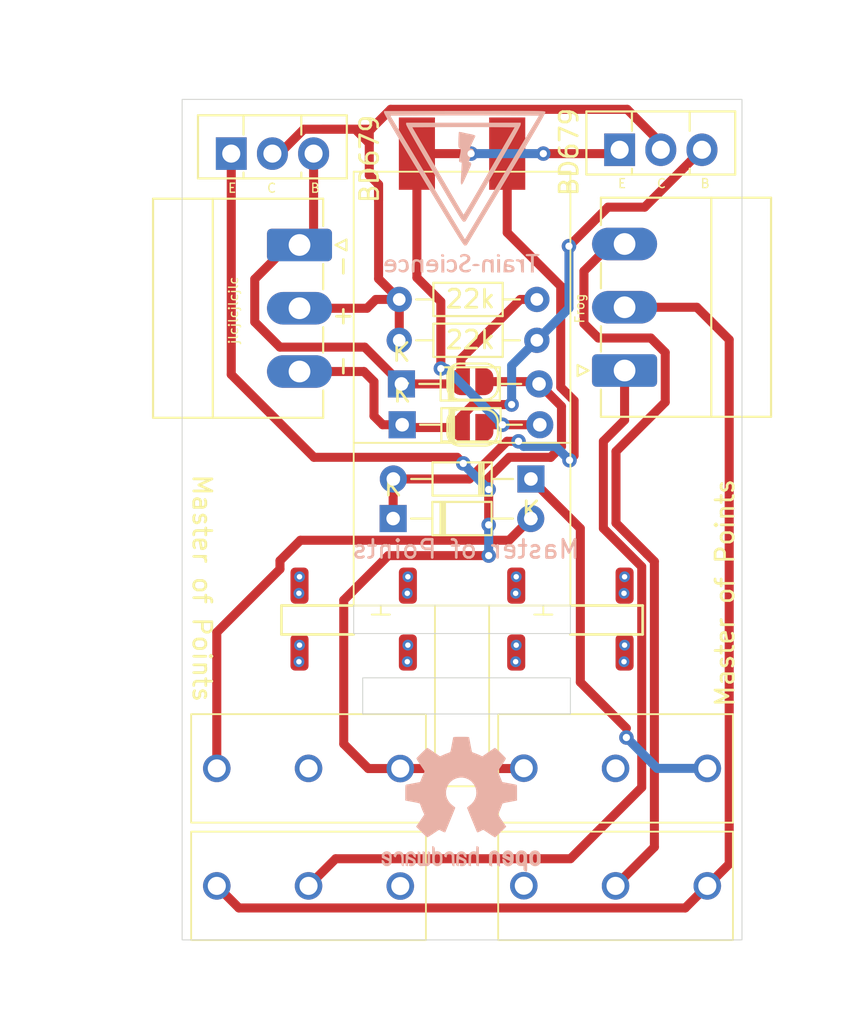
<source format=kicad_pcb>
(kicad_pcb (version 20240108) (generator "pcbnew") (generator_version "8.0")
  (layers (0 "F.Cu" signal) (31 "B.Cu" signal) (34 "B.Paste" user) (35 "F.Paste" user) (36 "B.SilkS" user "B.Silkscreen") (37 "F.SilkS" user "F.Silkscreen") (38 "B.Mask" user) (39 "F.Mask" user) (44 "Edge.Cuts" user))
  (net 0 "")
  (net 1 "Net-(D101-K)")
  (net 2 "Net-(D101-A)")
  (net 3 "Net-(D102-K)")
  (net 6 "/NO1_FROG")
  (net 7 "/NO2_FROG")
  (net 8 "/NC_FROQ")
  (net 9 "/NC")
  (net 10 "/NO1")
  (net 11 "/NO2")
  (net 12 "/coilB")
  (net 13 "/coilA")
  (net 14 "/motA")
  (net 15 "/collector")
  (footprint "Connector_Phoenix_MC:PhoenixContact_MC_1,5_3-G-3.5_1x03_P3.50mm_Horizontal" (layer "F.Cu") (at 107 79.055 -90)
    (property "Reference" "J1" (hide yes))
    (property "Value" "frog")
    (pad "1" thru_hole roundrect (at 0 0 270) (size 1.8 3.6) (drill 1.2) (layers "*.Cu" "*.Mask") (roundrect_rratio 0.138889) (net 12 "/coilB"))
    (pad "2" thru_hole oval (at 3.5 0 270) (size 1.8 3.6) (drill 1.2) (layers "*.Cu" "*.Mask") (net 15 "/collector"))
    (pad "3" thru_hole oval (at 7 0 270) (size 1.8 3.6) (drill 1.2) (layers "*.Cu" "*.Mask") (net 13 "/coilA"))
  )
  (footprint "Jumper:SolderJumper-2_P1.3mm_Open_RoundedPad1.0x1.5mm" (layer "F.Cu") (at 116.586 86.614 180)
    (property "Reference" "JP1" (hide yes))
    (property "Value" "SolderJumper_2_Open")
    (pad "1" smd custom (at -0.65 0 180) (size 1 0.5) (layers "F.Cu" "F.Mask") (net 9 "/NC") (options (clearance outline) (anchor rect)) (primitives (gr_circle (center 0 0.25) (end 0.5 0.25) (width 0) (fill yes)) (gr_circle (center 0 -0.25) (end 0.5 -0.25) (width 0) (fill yes)) (gr_poly (pts (xy 0.5 0.75) (xy 0 0.75) (xy 0 -0.75) (xy 0.5 -0.75)) (width 0) (fill yes))))
    (pad "2" smd custom (at 0.65 0 180) (size 1 0.5) (layers "F.Cu" "F.Mask") (net 12 "/coilB") (options (clearance outline) (anchor rect)) (primitives (gr_circle (center 0 0.25) (end 0.5 0.25) (width 0) (fill yes)) (gr_circle (center 0 -0.25) (end 0.5 -0.25) (width 0) (fill yes)) (gr_poly (pts (xy 0 0.75) (xy -0.5 0.75) (xy -0.5 -0.75) (xy 0 -0.75)) (width 0) (fill yes))))
  )
  (footprint "Connector_Phoenix_MC:PhoenixContact_MC_1,5_3-G-3.5_1x03_P3.50mm_Horizontal" (layer "F.Cu") (at 125 86 90)
    (property "Reference" "J101" (hide yes))
    (property "Value" "frog")
    (pad "1" thru_hole roundrect (at 0 0 90) (size 1.8 3.6) (drill 1.2) (layers "*.Cu" "*.Mask") (roundrect_rratio 0.138889) (net 6 "/NO1_FROG"))
    (pad "2" thru_hole oval (at 3.5 0 90) (size 1.8 3.6) (drill 1.2) (layers "*.Cu" "*.Mask") (net 8 "/NC_FROQ"))
    (pad "3" thru_hole oval (at 7 0 90) (size 1.8 3.6) (drill 1.2) (layers "*.Cu" "*.Mask") (net 7 "/NO2_FROG"))
  )
  (footprint "Diode_THT:D_DO-34_SOD68_P7.62mm_Horizontal" (layer "F.Cu") (at 119.815 92 180)
    (property "Reference" "D102" (hide yes))
    (property "Value" "D")
    (fp_text user "K" (at 0 -1.75 0) (layer "F.SilkS"))
    (pad "1" thru_hole rect (at 0 0 180) (size 1.5 1.5) (drill 0.75) (layers "*.Cu" "*.Mask") (net 3 "Net-(D102-K)"))
    (pad "2" thru_hole oval (at 7.62 0 180) (size 1.5 1.5) (drill 0.75) (layers "*.Cu" "*.Mask") (net 1 "Net-(D101-K)"))
  )
  (footprint "Package_TO_SOT_THT:TO-126-3_Vertical" (layer "F.Cu") (at 124.726 73.787)
    (property "Reference" "Q2" (hide yes))
    (property "Value" "BD679" (at -2.806 0.127 90) (layer "F.SilkS"))
    (pad "1" thru_hole rect (at 0 0) (size 1.71 1.8) (drill 1) (layers "*.Cu" "*.Mask") (net 14 "/motA"))
    (pad "2" thru_hole oval (at 2.28 0) (size 1.71 1.8) (drill 1) (layers "*.Cu" "*.Mask") (net 15 "/collector"))
    (pad "3" thru_hole oval (at 4.56 0) (size 1.71 1.8) (drill 1) (layers "*.Cu" "*.Mask") (net 13 "/coilA"))
  )
  (footprint "custom_kicad_lib_sk:N20_motor" (layer "F.Cu") (at 116 81.5)
    (property "Reference" "J102" (hide yes))
    (property "Value" "motor")
    (fp_rect (start -6 17.5) (end 6 19.05) (stroke (width 0.05)) (fill none) (layer "Edge.Cuts"))
    (pad "1" smd rect (at -2.5 -7.5) (size 2 4) (layers "F.Cu" "F.Paste" "F.Mask") (net 14 "/motA"))
    (pad "2" smd rect (at 2.5 -7.5) (size 2 4) (layers "F.Cu" "F.Paste" "F.Mask") (net 1 "Net-(D101-K)"))
    (pad "3" smd roundrect (at -9 16.4) (size 1 2) (layers "F.Cu" "F.Paste" "F.Mask"))
    (pad "3" smd roundrect (at -9 20.1) (size 1 2) (layers "F.Cu" "F.Paste" "F.Mask"))
    (pad "3" smd roundrect (at -3 16.4) (size 1 2) (layers "F.Cu" "F.Paste" "F.Mask"))
    (pad "3" smd roundrect (at -3 20.1) (size 1 2) (layers "F.Cu" "F.Paste" "F.Mask"))
    (pad "3" smd roundrect (at 3 16.4) (size 1 2) (layers "F.Cu" "F.Paste" "F.Mask"))
    (pad "3" smd roundrect (at 3 20.1) (size 1 2) (layers "F.Cu" "F.Paste" "F.Mask"))
    (pad "3" smd roundrect (at 9 16.4) (size 1 2) (layers "F.Cu" "F.Paste" "F.Mask"))
    (pad "3" smd roundrect (at 9 20.1) (size 1 2) (layers "F.Cu" "F.Paste" "F.Mask"))
  )
  (footprint "Jumper:SolderJumper-2_P1.3mm_Open_RoundedPad1.0x1.5mm" (layer "F.Cu") (at 116.586 89.154 180)
    (property "Reference" "JP2" (hide yes))
    (property "Value" "SolderJumper_2_Open")
    (pad "1" smd custom (at -0.65 0 180) (size 1 0.5) (layers "F.Cu" "F.Mask") (net 14 "/motA") (options (clearance outline) (anchor rect)) (primitives (gr_circle (center 0 0.25) (end 0.5 0.25) (width 0) (fill yes)) (gr_circle (center 0 -0.25) (end 0.5 -0.25) (width 0) (fill yes)) (gr_poly (pts (xy 0.5 0.75) (xy 0 0.75) (xy 0 -0.75) (xy 0.5 -0.75)) (width 0) (fill yes))))
    (pad "2" smd custom (at 0.65 0 180) (size 1 0.5) (layers "F.Cu" "F.Mask") (net 13 "/coilA") (options (clearance outline) (anchor rect)) (primitives (gr_circle (center 0 0.25) (end 0.5 0.25) (width 0) (fill yes)) (gr_circle (center 0 -0.25) (end 0.5 -0.25) (width 0) (fill yes)) (gr_poly (pts (xy 0 0.75) (xy -0.5 0.75) (xy -0.5 -0.75) (xy 0 -0.75)) (width 0) (fill yes))))
  )
  (footprint "MountingHole:MountingHole_3.2mm_M3" (layer "F.Cu") (at 104 93)
    (property "Reference" "REF**" (hide yes))
    (property "Value" "MountingHole_3.2mm_M3")
    (pad "" np_thru_hole circle (at 0 0) (size 3.2 3.2) (drill 3.2) (layers "*.Cu" "*.Mask"))
  )
  (footprint "Diode_THT:D_DO-34_SOD68_P7.62mm_Horizontal" (layer "F.Cu") (at 112.644 86.741)
    (property "Reference" "D1")
    (property "Value" "1N4001")
    (fp_text user "K" (at 0 -1.75 0) (layer "F.SilkS"))
    (pad "1" thru_hole rect (at 0 0) (size 1.5 1.5) (drill 0.75) (layers "*.Cu" "*.Mask") (net 12 "/coilB"))
    (pad "2" thru_hole oval (at 7.62 0) (size 1.5 1.5) (drill 0.75) (layers "*.Cu" "*.Mask") (net 9 "/NC"))
  )
  (footprint "custom_kicad_lib_sk:limitSwitchVertical" (layer "F.Cu") (at 107.5 114.51)
    (property "Reference" "SW103" (hide yes))
    (property "Value" "SW_SPDT" (hide yes))
    (pad "1" thru_hole circle (at 5.08 0.01) (size 1.524 1.524) (drill 1) (layers "*.Cu" "*.Mask"))
    (pad "2" thru_hole circle (at -5.08 0) (size 1.524 1.524) (drill 1) (layers "*.Cu" "*.Mask") (net 8 "/NC_FROQ"))
    (pad "3" thru_hole circle (at 0 0) (size 1.524 1.524) (drill 1) (layers "*.Cu" "*.Mask") (net 6 "/NO1_FROG"))
  )
  (footprint "Diode_THT:D_DO-34_SOD68_P7.62mm_Horizontal" (layer "F.Cu") (at 112.185 94.189)
    (property "Reference" "D101" (hide yes))
    (property "Value" "D")
    (fp_text user "K" (at 0 -1.75 0) (layer "F.SilkS"))
    (pad "1" thru_hole rect (at 0 0) (size 1.5 1.5) (drill 0.75) (layers "*.Cu" "*.Mask") (net 1 "Net-(D101-K)"))
    (pad "2" thru_hole oval (at 7.62 0) (size 1.5 1.5) (drill 0.75) (layers "*.Cu" "*.Mask") (net 2 "Net-(D101-A)"))
  )
  (footprint "custom_kicad_lib_sk:limitSwitchVertical" (layer "F.Cu") (at 124.5 108.01 180)
    (property "Reference" "SW102" (hide yes))
    (property "Value" "SW_SPDT" (hide yes))
    (pad "1" thru_hole circle (at 5.08 0.01 180) (size 1.524 1.524) (drill 1) (layers "*.Cu" "*.Mask") (net 9 "/NC"))
    (pad "2" thru_hole circle (at -5.08 0 180) (size 1.524 1.524) (drill 1) (layers "*.Cu" "*.Mask") (net 3 "Net-(D102-K)"))
    (pad "3" thru_hole circle (at 0 0 180) (size 1.524 1.524) (drill 1) (layers "*.Cu" "*.Mask") (net 11 "/NO2"))
  )
  (footprint "Resistor_THT:R_Axial_DIN0204_L3.6mm_D1.6mm_P7.62mm_Horizontal" (layer "F.Cu") (at 112.522 84.328)
    (property "Reference" "R2")
    (property "Value" "22k" (at 3.937 -0.025 0) (layer "F.SilkS"))
    (pad "1" thru_hole circle (at 0 0) (size 1.4 1.4) (drill 0.7) (layers "*.Cu" "*.Mask") (net 15 "/collector"))
    (pad "2" thru_hole oval (at 7.62 0) (size 1.4 1.4) (drill 0.7) (layers "*.Cu" "*.Mask") (net 13 "/coilA"))
  )
  (footprint "custom_kicad_lib_sk:limitSwitchVertical" (layer "F.Cu") (at 124.5 114.51 180)
    (property "Reference" "SW104" (hide yes))
    (property "Value" "SW_SPDT" (hide yes))
    (pad "1" thru_hole circle (at 5.08 0.01 180) (size 1.524 1.524) (drill 1) (layers "*.Cu" "*.Mask"))
    (pad "2" thru_hole circle (at -5.08 0 180) (size 1.524 1.524) (drill 1) (layers "*.Cu" "*.Mask") (net 8 "/NC_FROQ"))
    (pad "3" thru_hole circle (at 0 0 180) (size 1.524 1.524) (drill 1) (layers "*.Cu" "*.Mask") (net 7 "/NO2_FROG"))
  )
  (footprint "Resistor_THT:R_Axial_DIN0204_L3.6mm_D1.6mm_P7.62mm_Horizontal" (layer "F.Cu") (at 112.522 82.067)
    (property "Reference" "R1" (hide yes))
    (property "Value" "22k" (at 3.937 -0.025 0) (layer "F.SilkS"))
    (pad "1" thru_hole circle (at 0 0) (size 1.4 1.4) (drill 0.7) (layers "*.Cu" "*.Mask") (net 15 "/collector"))
    (pad "2" thru_hole oval (at 7.62 0) (size 1.4 1.4) (drill 0.7) (layers "*.Cu" "*.Mask") (net 12 "/coilB"))
  )
  (footprint "Package_TO_SOT_THT:TO-126-3_Vertical" (layer "F.Cu") (at 103.22 74)
    (property "Reference" "Q1" (hide yes))
    (property "Value" "BD679" (at 7.651 0.295 90) (layer "F.SilkS"))
    (pad "1" thru_hole rect (at 0 0) (size 1.71 1.8) (drill 1) (layers "*.Cu" "*.Mask") (net 9 "/NC"))
    (pad "2" thru_hole oval (at 2.28 0) (size 1.71 1.8) (drill 1) (layers "*.Cu" "*.Mask") (net 15 "/collector"))
    (pad "3" thru_hole oval (at 4.56 0) (size 1.71 1.8) (drill 1) (layers "*.Cu" "*.Mask") (net 12 "/coilB"))
  )
  (footprint "MountingHole:MountingHole_3.2mm_M3" (layer "F.Cu") (at 128 92.5)
    (property "Reference" "REF**" (hide yes))
    (property "Value" "MountingHole_3.2mm_M3")
    (pad "" np_thru_hole circle (at 0 0) (size 3.2 3.2) (drill 3.2) (layers "*.Cu" "*.Mask"))
  )
  (footprint "custom_kicad_lib_sk:limitSwitchVertical" (layer "F.Cu") (at 107.5 108.01)
    (property "Reference" "SW101" (hide yes))
    (property "Value" "SW_SPDT" (hide yes))
    (pad "1" thru_hole circle (at 5.08 0.01) (size 1.524 1.524) (drill 1) (layers "*.Cu" "*.Mask") (net 9 "/NC"))
    (pad "2" thru_hole circle (at -5.08 0) (size 1.524 1.524) (drill 1) (layers "*.Cu" "*.Mask") (net 2 "Net-(D101-A)"))
    (pad "3" thru_hole circle (at 0 0) (size 1.524 1.524) (drill 1) (layers "*.Cu" "*.Mask") (net 10 "/NO1"))
  )
  (footprint "Diode_THT:D_DO-34_SOD68_P7.62mm_Horizontal" (layer "F.Cu") (at 112.685 89)
    (property "Reference" "D2" (hide yes))
    (property "Value" "1N4001")
    (fp_text user "K" (at 0 -1.75 0) (layer "F.SilkS"))
    (pad "1" thru_hole rect (at 0 0) (size 1.5 1.5) (drill 0.75) (layers "*.Cu" "*.Mask") (net 13 "/coilA"))
    (pad "2" thru_hole oval (at 7.62 0) (size 1.5 1.5) (drill 0.75) (layers "*.Cu" "*.Mask") (net 14 "/motA"))
  )
  (footprint "custom_kicad_lib_sk:Train-Science logo small" (layer "B.Cu") (at 116.078 76.2 180)
    (property "Reference" "G***" (hide yes))
    (property "Value" "LOGO" (hide yes))
  )
  (footprint "Symbol:OSHW-Logo2_9.8x8mm_SilkScreen" (layer "B.Cu") (at 115.951 109.982 180)
    (property "Reference" "REF**" (hide yes))
    (property "Value" "OSHW-Logo2_9.8x8mm_SilkScreen" (hide yes))
  )
  (gr_rect (start 110.5 103) (end 122 105) (stroke (width 0.05)) (fill none) (layer "Edge.Cuts"))
  (gr_rect (start 100.5 71) (end 131.5 117.5) (stroke (width 0.05)) (fill none) (layer "Edge.Cuts"))
  (gr_text "Master of Points" (at 116.205 95.885 0) (layer "B.SilkS") (effects (font (size 1 1)) (justify mirror)))
  (gr_text "E" (at 124.587 75.946 0) (layer "F.SilkS") (effects (font (size 0.5 0.5) (thickness 0.075)) (justify left bottom)))
  (gr_text "jlcjlcjlcjlc" (at 103.632 84.582 90) (layer "F.SilkS") (effects (font (size 0.5 0.5) (thickness 0.075)) (justify left bottom)))
  (gr_text "Master of Points" (at 101.6 98.044 -90) (layer "F.SilkS") (effects (font (size 1 1))))
  (gr_text "E" (at 102.997 76.2 0) (layer "F.SilkS") (effects (font (size 0.5 0.5) (thickness 0.075)) (justify left bottom)))
  (gr_text "-  +  -" (at 109.5 83 270) (layer "F.SilkS") (effects (font (size 1 1))))
  (gr_text "B" (at 107.569 76.2 0) (layer "F.SilkS") (effects (font (size 0.5 0.5) (thickness 0.075)) (justify left bottom)))
  (gr_text "Frog" (at 122.809 83.439 90) (layer "F.SilkS") (effects (font (size 0.5 0.5) (thickness 0.075)) (justify left bottom)))
  (gr_text "C" (at 126.746 75.946 0) (layer "F.SilkS") (effects (font (size 0.5 0.5) (thickness 0.075)) (justify left bottom)))
  (gr_text "C" (at 105.156 76.2 0) (layer "F.SilkS") (effects (font (size 0.5 0.5) (thickness 0.075)) (justify left bottom)))
  (gr_text "B" (at 129.159 75.946 0) (layer "F.SilkS") (effects (font (size 0.5 0.5) (thickness 0.075)) (justify left bottom)))
  (gr_text "Master of Points" (at 130.556 98.298 90) (layer "F.SilkS") (effects (font (size 1 1))))
  (via (at 119 97.409) (size 0.6) (drill 0.3) (layers "F.Cu" "B.Cu") (net 0))
  (via (at 107 101.192) (size 0.6) (drill 0.3) (layers "F.Cu" "B.Cu") (net 0))
  (via (at 125 101.192) (size 0.6) (drill 0.3) (layers "F.Cu" "B.Cu") (net 0))
  (via (at 124.968 98.325) (size 0.6) (drill 0.3) (layers "F.Cu" "B.Cu") (net 0))
  (via (at 106.968 102.108) (size 0.6) (drill 0.3) (layers "F.Cu" "B.Cu") (net 0))
  (via (at 113 101.192) (size 0.6) (drill 0.3) (layers "F.Cu" "B.Cu") (net 0))
  (via (at 112.968 102.108) (size 0.6) (drill 0.3) (layers "F.Cu" "B.Cu") (net 0))
  (via (at 113 97.409) (size 0.6) (drill 0.3) (layers "F.Cu" "B.Cu") (net 0))
  (via (at 106.968 98.325) (size 0.6) (drill 0.3) (layers "F.Cu" "B.Cu") (net 0))
  (via (at 119 101.192) (size 0.6) (drill 0.3) (layers "F.Cu" "B.Cu") (net 0))
  (via (at 125 97.409) (size 0.6) (drill 0.3) (layers "F.Cu" "B.Cu") (net 0))
  (via (at 118.968 102.108) (size 0.6) (drill 0.3) (layers "F.Cu" "B.Cu") (net 0))
  (via (at 112.968 98.325) (size 0.6) (drill 0.3) (layers "F.Cu" "B.Cu") (net 0))
  (via (at 107 97.409) (size 0.6) (drill 0.3) (layers "F.Cu" "B.Cu") (net 0))
  (via (at 124.968 102.108) (size 0.6) (drill 0.3) (layers "F.Cu" "B.Cu") (net 0))
  (via (at 118.968 98.325) (size 0.6) (drill 0.3) (layers "F.Cu" "B.Cu") (net 0))
  (segment (start 121.464 81.332) (end 118.5 78.368) (width 0.5) (layer "F.Cu") (net 1))
  (segment (start 121.949541 90.961541) (end 122.205 90.706082) (width 0.5) (layer "F.Cu") (net 1))
  (segment (start 122.205 87.661) (end 121.464 86.92) (width 0.5) (layer "F.Cu") (net 1))
  (segment (start 119.126 89.916) (end 118.491 89.916) (width 0.5) (layer "F.Cu") (net 1))
  (segment (start 118.491 89.916) (end 116.407 92) (width 0.5) (layer "F.Cu") (net 1))
  (segment (start 112.185 92.01) (end 112.195 92) (width 0.5) (layer "F.Cu") (net 1))
  (segment (start 122.205 90.706082) (end 122.205 87.661) (width 0.5) (layer "F.Cu") (net 1))
  (segment (start 116.407 92) (end 112.195 92) (width 0.5) (layer "F.Cu") (net 1))
  (segment (start 121.464 86.92) (end 121.464 81.332) (width 0.5) (layer "F.Cu") (net 1))
  (segment (start 118.5 78.368) (end 118.5 74) (width 0.5) (layer "F.Cu") (net 1))
  (segment (start 112.185 94.189) (end 112.185 92.01) (width 0.5) (layer "F.Cu") (net 1))
  (via (at 119.126 89.916) (size 0.8) (drill 0.4) (layers "F.Cu" "B.Cu") (net 1))
  (via (at 121.949541 90.961541) (size 0.8) (drill 0.4) (layers "F.Cu" "B.Cu") (net 1))
  (segment (start 121.188 90.2) (end 119.41 90.2) (width 0.5) (layer "B.Cu") (net 1))
  (segment (start 119.41 90.2) (end 119.126 89.916) (width 0.5) (layer "B.Cu") (net 1))
  (segment (start 121.949541 90.961541) (end 121.188 90.2) (width 0.5) (layer "B.Cu") (net 1))
  (segment (start 118.605 95.389) (end 119.805 94.189) (width 0.5) (layer "F.Cu") (net 2))
  (segment (start 107.049 95.389) (end 118.605 95.389) (width 0.5) (layer "F.Cu") (net 2))
  (segment (start 102.42 100.483122) (end 105.918 96.985122) (width 0.5) (layer "F.Cu") (net 2))
  (segment (start 105.918 96.985122) (end 105.918 96.52) (width 0.5) (layer "F.Cu") (net 2))
  (segment (start 105.918 96.52) (end 107.049 95.389) (width 0.5) (layer "F.Cu") (net 2))
  (segment (start 102.42 107.5) (end 102.42 100.483122) (width 0.5) (layer "F.Cu") (net 2))
  (segment (start 122.55 94.735) (end 122.55 103.241) (width 0.5) (layer "F.Cu") (net 3))
  (segment (start 119.815 92) (end 122.55 94.735) (width 0.5) (layer "F.Cu") (net 3))
  (segment (start 122.55 103.241) (end 125.1 105.791) (width 0.5) (layer "F.Cu") (net 3))
  (via (at 125.1 106.301) (size 0.8) (drill 0.4) (layers "F.Cu" "B.Cu") (net 3))
  (segment (start 125.1 106.301) (end 126.809 108.01) (width 0.5) (layer "B.Cu") (net 3))
  (segment (start 126.809 108.01) (end 129.58 108.01) (width 0.5) (layer "B.Cu") (net 3))
  (segment (start 109 113.01) (end 122 113.01) (width 0.5) (layer "F.Cu") (net 6))
  (segment (start 107.5 114.51) (end 109 113.01) (width 0.5) (layer "F.Cu") (net 6))
  (segment (start 122 113.01) (end 125.95 109.06) (width 0.5) (layer "F.Cu") (net 6))
  (segment (start 123.825 94.728122) (end 123.825 89.916) (width 0.5) (layer "F.Cu") (net 6))
  (segment (start 125.95 96.853122) (end 123.825 94.728122) (width 0.5) (layer "F.Cu") (net 6))
  (segment (start 125 88.741) (end 125 86) (width 0.5) (layer "F.Cu") (net 6))
  (segment (start 123.825 89.916) (end 125 88.741) (width 0.5) (layer "F.Cu") (net 6))
  (segment (start 125.95 109.06) (end 125.95 96.853122) (width 0.5) (layer "F.Cu") (net 6))
  (segment (start 126.239949 96.153122) (end 124.525 94.438173) (width 0.5) (layer "F.Cu") (net 7))
  (segment (start 122.75 83.404594) (end 122.75 80.5) (width 0.5) (layer "F.Cu") (net 7))
  (segment (start 126.65 96.563172) (end 126.239949 96.153122) (width 0.5) (layer "F.Cu") (net 7))
  (segment (start 124.525 94.438173) (end 124.525 90.475) (width 0.5) (layer "F.Cu") (net 7))
  (segment (start 126.65 112.36) (end 126.65 96.563172) (width 0.5) (layer "F.Cu") (net 7))
  (segment (start 127.25 85) (end 126.451 84.201) (width 0.5) (layer "F.Cu") (net 7))
  (segment (start 122.75 80.5) (end 124.25 79) (width 0.5) (layer "F.Cu") (net 7))
  (segment (start 124.5 114.51) (end 126.65 112.36) (width 0.5) (layer "F.Cu") (net 7))
  (segment (start 126.451 84.201) (end 123.546406 84.201) (width 0.5) (layer "F.Cu") (net 7))
  (segment (start 127.25 87.75) (end 127.25 85) (width 0.5) (layer "F.Cu") (net 7))
  (segment (start 124.525 90.475) (end 127.25 87.75) (width 0.5) (layer "F.Cu") (net 7))
  (segment (start 123.546406 84.201) (end 122.75 83.404594) (width 0.5) (layer "F.Cu") (net 7))
  (segment (start 124.25 79) (end 125 79) (width 0.5) (layer "F.Cu") (net 7))
  (segment (start 128.358 115.732) (end 103.642 115.732) (width 0.5) (layer "F.Cu") (net 8))
  (segment (start 130.792 84.292) (end 129 82.5) (width 0.5) (layer "F.Cu") (net 8))
  (segment (start 129.58 114.51) (end 128.358 115.732) (width 0.5) (layer "F.Cu") (net 8))
  (segment (start 103.642 115.732) (end 102.42 114.51) (width 0.5) (layer "F.Cu") (net 8))
  (segment (start 129.58 114.51) (end 130.792 113.298) (width 0.5) (layer "F.Cu") (net 8))
  (segment (start 130.792 113.298) (end 130.792 84.292) (width 0.5) (layer "F.Cu") (net 8))
  (segment (start 129 82.5) (end 125 82.5) (width 0.5) (layer "F.Cu") (net 8))
  (segment (start 120.904 90.805) (end 121.505 90.204) (width 0.5) (layer "F.Cu") (net 9))
  (segment (start 117.475 96.239) (end 111.914 96.239) (width 0.5) (layer "F.Cu") (net 9))
  (segment (start 117.475 92.583) (end 117.475 91.94) (width 0.5) (layer "F.Cu") (net 9))
  (segment (start 117.236 86.614) (end 120.137 86.614) (width 0.5) (layer "F.Cu") (net 9))
  (segment (start 103.22 86.22) (end 107.8 90.8) (width 0.5) (layer "F.Cu") (net 9))
  (segment (start 111.914 96.239) (end 109.45 98.703) (width 0.5) (layer "F.Cu") (net 9))
  (segment (start 120.899 90.8) (end 120.904 90.805) (width 0.5) (layer "F.Cu") (net 9))
  (segment (start 107.8 90.8) (end 115.728 90.8) (width 0.5) (layer "F.Cu") (net 9))
  (segment (start 117.475 91.94) (end 118.615 90.8) (width 0.5) (layer "F.Cu") (net 9))
  (segment (start 115.728 90.8) (end 116.066459 91.138459) (width 0.5) (layer "F.Cu") (net 9))
  (segment (start 121.505 87.982) (end 120.264 86.741) (width 0.5) (layer "F.Cu") (net 9))
  (segment (start 110.812 108.02) (end 112.58 108.02) (width 0.5) (layer "F.Cu") (net 9))
  (segment (start 109.45 106.658) (end 110.812 108.02) (width 0.5) (layer "F.Cu") (net 9))
  (segment (start 119.4 108.02) (end 119.42 108) (width 0.5) (layer "F.Cu") (net 9))
  (segment (start 103.22 74) (end 103.22 86.22) (width 0.5) (layer "F.Cu") (net 9))
  (segment (start 121.505 90.204) (end 121.505 87.982) (width 0.5) (layer "F.Cu") (net 9))
  (segment (start 117.475 94.539) (end 117.475 92.583) (width 0.5) (layer "F.Cu") (net 9))
  (segment (start 120.137 86.614) (end 120.264 86.741) (width 0.5) (layer "F.Cu") (net 9))
  (segment (start 118.615 90.8) (end 120.899 90.8) (width 0.5) (layer "F.Cu") (net 9))
  (segment (start 112.58 108.02) (end 119.4 108.02) (width 0.5) (layer "F.Cu") (net 9))
  (segment (start 109.45 98.703) (end 109.45 106.658) (width 0.5) (layer "F.Cu") (net 9))
  (via (at 116.066459 91.138459) (size 0.8) (drill 0.4) (layers "F.Cu" "B.Cu") (net 9))
  (via (at 117.475 96.239) (size 0.8) (drill 0.4) (layers "F.Cu" "B.Cu") (net 9))
  (via (at 117.475 92.583) (size 0.8) (drill 0.4) (layers "F.Cu" "B.Cu") (net 9))
  (via (at 117.475 94.539) (size 0.8) (drill 0.4) (layers "F.Cu" "B.Cu") (net 9))
  (segment (start 116.066459 91.138459) (end 116.066459 91.174459) (width 0.5) (layer "B.Cu") (net 9))
  (segment (start 116.066459 91.174459) (end 117.475 92.583) (width 0.5) (layer "B.Cu") (net 9))
  (segment (start 117.475 96.239) (end 117.475 94.539) (width 0.5) (layer "B.Cu") (net 9))
  (segment (start 104.521 83.312) (end 105.914 84.705) (width 0.5) (layer "F.Cu") (net 12))
  (segment (start 104.521 80.943) (end 104.521 83.312) (width 0.5) (layer "F.Cu") (net 12))
  (segment (start 115.936 85.359) (end 119.228 82.067) (width 0.5) (layer "F.Cu") (net 12))
  (segment (start 110.608 84.705) (end 112.644 86.741) (width 0.5) (layer "F.Cu") (net 12))
  (segment (start 107.78 78.275) (end 107 79.055) (width 0.5) (layer "F.Cu") (net 12))
  (segment (start 119.228 82.067) (end 120.142 82.067) (width 0.5) (layer "F.Cu") (net 12))
  (segment (start 115.809 86.741) (end 115.936 86.614) (width 0.5) (layer "F.Cu") (net 12))
  (segment (start 107 79.055) (end 106.409 79.055) (width 0.5) (layer "F.Cu") (net 12))
  (segment (start 115.936 86.614) (end 115.936 85.359) (width 0.5) (layer "F.Cu") (net 12))
  (segment (start 112.644 86.741) (end 115.809 86.741) (width 0.5) (layer "F.Cu") (net 12))
  (segment (start 106.409 79.055) (end 104.521 80.943) (width 0.5) (layer "F.Cu") (net 12))
  (segment (start 105.914 84.705) (end 110.608 84.705) (width 0.5) (layer "F.Cu") (net 12))
  (segment (start 107.78 74) (end 107.78 78.275) (width 0.5) (layer "F.Cu") (net 12))
  (segment (start 111.125 88.519) (end 111.125 86.614) (width 0.5) (layer "F.Cu") (net 13))
  (segment (start 112.839 89.154) (end 112.685 89) (width 0.5) (layer "F.Cu") (net 13))
  (segment (start 126.111 76.962) (end 129.286 73.787) (width 0.5) (layer "F.Cu") (net 13))
  (segment (start 115.936 88.560531) (end 116.612531 87.884) (width 0.5) (layer "F.Cu") (net 13))
  (segment (start 121.92 79.121) (end 124.079 76.962) (width 0.5) (layer "F.Cu") (net 13))
  (segment (start 124.079 76.962) (end 126.111 76.962) (width 0.5) (layer "F.Cu") (net 13))
  (segment (start 116.612531 87.884) (end 118.745 87.884) (width 0.5) (layer "F.Cu") (net 13))
  (segment (start 110.566 86.055) (end 107 86.055) (width 0.5) (layer "F.Cu") (net 13))
  (segment (start 111.125 86.614) (end 110.566 86.055) (width 0.5) (layer "F.Cu") (net 13))
  (segment (start 115.936 89.154) (end 115.936 88.560531) (width 0.5) (layer "F.Cu") (net 13))
  (segment (start 111.606 89) (end 111.125 88.519) (width 0.5) (layer "F.Cu") (net 13))
  (segment (start 112.685 89) (end 111.606 89) (width 0.5) (layer "F.Cu") (net 13))
  (segment (start 115.936 89.154) (end 112.839 89.154) (width 0.5) (layer "F.Cu") (net 13))
  (via (at 118.745 87.884) (size 0.8) (drill 0.4) (layers "F.Cu" "B.Cu") (net 13))
  (via (at 121.92 79.121) (size 0.8) (drill 0.4) (layers "F.Cu" "B.Cu") (net 13))
  (segment (start 121.92 82.55) (end 121.92 79.121) (width 0.5) (layer "B.Cu") (net 13))
  (segment (start 118.745 87.884) (end 118.745 85.725) (width 0.5) (layer "B.Cu") (net 13))
  (segment (start 120.142 84.328) (end 121.92 82.55) (width 0.5) (layer "B.Cu") (net 13))
  (segment (start 118.745 85.725) (end 120.142 84.328) (width 0.5) (layer "B.Cu") (net 13))
  (segment (start 118.237 89) (end 117.39 89) (width 0.5) (layer "F.Cu") (net 14))
  (segment (start 124.513 74) (end 124.726 73.787) (width 0.5) (layer "F.Cu") (net 14))
  (segment (start 117.39 89) (end 117.236 89.154) (width 0.5) (layer "F.Cu") (net 14))
  (segment (start 120.5 74) (end 124.513 74) (width 0.5) (layer "F.Cu") (net 14))
  (segment (start 114.826022 85.891) (end 114.826022 82.187022) (width 0.5) (layer "F.Cu") (net 14))
  (segment (start 114.826022 82.187022) (end 113.5 80.861) (width 0.5) (layer "F.Cu") (net 14))
  (segment (start 120.305 89) (end 118.237 89) (width 0.5) (layer "F.Cu") (net 14))
  (segment (start 113.5 74) (end 116.5 74) (width 0.5) (layer "F.Cu") (net 14))
  (segment (start 113.5 80.861) (end 113.5 74) (width 0.5) (layer "F.Cu") (net 14))
  (via (at 116.5 74) (size 0.8) (drill 0.4) (layers "F.Cu" "B.Cu") (net 14))
  (via (at 114.826022 85.891) (size 0.8) (drill 0.4) (layers "F.Cu" "B.Cu") (net 14))
  (via (at 118.237 89) (size 0.8) (drill 0.4) (layers "F.Cu" "B.Cu") (net 14))
  (via (at 120.5 74) (size 0.8) (drill 0.4) (layers "F.Cu" "B.Cu") (net 14))
  (segment (start 116.5 74) (end 120.5 74) (width 0.5) (layer "B.Cu") (net 14))
  (segment (start 114.826022 85.891) (end 115.128 85.891) (width 0.5) (layer "B.Cu") (net 14))
  (segment (start 115.128 85.891) (end 118.237 89) (width 0.5) (layer "B.Cu") (net 14))
  (segment (start 110.989774 72.610226) (end 112.05 71.55) (width 0.5) (layer "F.Cu") (net 15))
  (segment (start 108.320549 72.65) (end 110.95 72.65) (width 0.5) (layer "F.Cu") (net 15))
  (segment (start 110.862774 73.4275) (end 110.862774 72.737226) (width 0.5) (layer "F.Cu") (net 15))
  (segment (start 107 82.555) (end 110.739 82.555) (width 0.5) (layer "F.Cu") (net 15))
  (segment (start 111.379 75.708451) (end 111.379 76.581) (width 0.5) (layer "F.Cu") (net 15))
  (segment (start 110.862774 73.4275) (end 110.862774 75.192226) (width 0.5) (layer "F.Cu") (net 15))
  (segment (start 111.379 76.581) (end 111.379 75.721) (width 0.5) (layer "F.Cu") (net 15))
  (segment (start 111.379 76.581) (end 111.379 80.924) (width 0.5) (layer "F.Cu") (net 15))
  (segment (start 110.739 82.555) (end 111.227 82.067) (width 0.5) (layer "F.Cu") (net 15))
  (segment (start 110.95 72.65) (end 110.989774 72.610226) (width 0.5) (layer "F.Cu") (net 15))
  (segment (start 112.05 71.55) (end 125.144 71.55) (width 0.5) (layer "F.Cu") (net 15))
  (segment (start 110.085274 72.65) (end 110.862774 73.4275) (width 0.5) (layer "F.Cu") (net 15))
  (segment (start 105.889451 74) (end 107.239451 72.65) (width 0.5) (layer "F.Cu") (net 15))
  (segment (start 108.320549 72.65) (end 110.085274 72.65) (width 0.5) (layer "F.Cu") (net 15))
  (segment (start 111.227 82.067) (end 112.522 82.067) (width 0.5) (layer "F.Cu") (net 15))
  (segment (start 110.862774 75.192226) (end 110.989774 75.319226) (width 0.5) (layer "F.Cu") (net 15))
  (segment (start 127.006 73.412) (end 127.006 73.787) (width 0.5) (layer "F.Cu") (net 15))
  (segment (start 112.522 84.328) (end 112.522 82.067) (width 0.5) (layer "F.Cu") (net 15))
  (segment (start 110.862774 75.192226) (end 111.379 75.708451) (width 0.5) (layer "F.Cu") (net 15))
  (segment (start 125.144 71.55) (end 127.006 73.412) (width 0.5) (layer "F.Cu") (net 15))
  (segment (start 111.379 80.924) (end 112.522 82.067) (width 0.5) (layer "F.Cu") (net 15))
  (segment (start 110.862774 72.737226) (end 110.989774 72.610226) (width 0.5) (layer "F.Cu") (net 15))
  (segment (start 105.5 74) (end 105.889451 74) (width 0.5) (layer "F.Cu") (net 15))
  (segment (start 107.239451 72.65) (end 108.320549 72.65) (width 0.5) (layer "F.Cu") (net 15))
)
</source>
